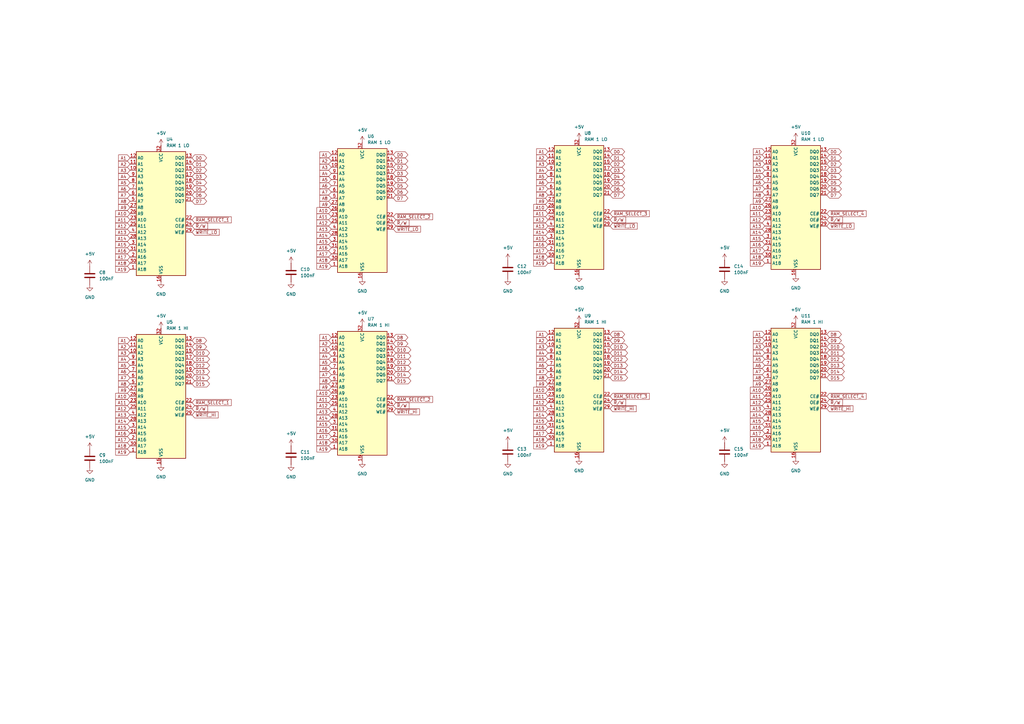
<source format=kicad_sch>
(kicad_sch (version 20250114) (generator "eeschema") (generator_version "9.0")
  (paper "A3")
  (lib_symbols
    (symbol "Device:C" (pin_numbers (hide yes)) (pin_names (offset 0.254))
      (property "Reference" "C" (at 0.635 2.54 0))
      (property "Value" "C" (at 0.635 -2.54 0))
      (symbol "C_0_1"
        (polyline (pts (xy -2.032 0.762) (xy 2.032 0.762)) (stroke (width 0.508)))
        (polyline (pts (xy -2.032 -0.762) (xy 2.032 -0.762)) (stroke (width 0.508)))
      )
      (symbol "C_1_1"
        (pin passive line (at 0 3.81 270) (length 2.794) (name "~") (number "1"))
        (pin passive line (at 0 -3.81 90) (length 2.794) (name "~") (number "2"))
      )
    )
    (symbol "Memory_RAM:AS6C4008-55PCN"
      (property "Reference" "U" (at -10.16 26.035 0))
      (property "Value" "AS6C4008-55PCN" (at 2.54 26.035 0))
      (symbol "AS6C4008-55PCN_0_0"
        (pin power_in line (at 0 27.94 270) (length 2.54) (name "VCC") (number "32"))
        (pin power_in line (at 0 -27.94 90) (length 2.54) (name "VSS") (number "16"))
      )
      (symbol "AS6C4008-55PCN_0_1"
        (rectangle (start -10.16 25.4) (end 10.16 -25.4) (stroke (width 0.254)) (fill (type background)))
      )
      (symbol "AS6C4008-55PCN_1_1"
        (pin input line (at -12.7 22.86 0) (length 2.54) (name "A0") (number "12"))
        (pin input line (at -12.7 20.32 0) (length 2.54) (name "A1") (number "11"))
        (pin input line (at -12.7 17.78 0) (length 2.54) (name "A2") (number "10"))
        (pin input line (at -12.7 15.24 0) (length 2.54) (name "A3") (number "9"))
        (pin input line (at -12.7 12.7 0) (length 2.54) (name "A4") (number "8"))
        (pin input line (at -12.7 10.16 0) (length 2.54) (name "A5") (number "7"))
        (pin input line (at -12.7 7.62 0) (length 2.54) (name "A6") (number "6"))
        (pin input line (at -12.7 5.08 0) (length 2.54) (name "A7") (number "5"))
        (pin input line (at -12.7 2.54 0) (length 2.54) (name "A8") (number "27"))
        (pin input line (at -12.7 0 0) (length 2.54) (name "A9") (number "26"))
        (pin input line (at -12.7 -2.54 0) (length 2.54) (name "A10") (number "23"))
        (pin input line (at -12.7 -5.08 0) (length 2.54) (name "A11") (number "25"))
        (pin input line (at -12.7 -7.62 0) (length 2.54) (name "A12") (number "4"))
        (pin input line (at -12.7 -10.16 0) (length 2.54) (name "A13") (number "28"))
        (pin input line (at -12.7 -12.7 0) (length 2.54) (name "A14") (number "3"))
        (pin input line (at -12.7 -15.24 0) (length 2.54) (name "A15") (number "31"))
        (pin input line (at -12.7 -17.78 0) (length 2.54) (name "A16") (number "2"))
        (pin input line (at -12.7 -20.32 0) (length 2.54) (name "A17") (number "30"))
        (pin input line (at -12.7 -22.86 0) (length 2.54) (name "A18") (number "1"))
        (pin tri_state line (at 12.7 22.86 180) (length 2.54) (name "DQ0") (number "13"))
        (pin tri_state line (at 12.7 20.32 180) (length 2.54) (name "DQ1") (number "14"))
        (pin tri_state line (at 12.7 17.78 180) (length 2.54) (name "DQ2") (number "15"))
        (pin tri_state line (at 12.7 15.24 180) (length 2.54) (name "DQ3") (number "17"))
        (pin tri_state line (at 12.7 12.7 180) (length 2.54) (name "DQ4") (number "18"))
        (pin tri_state line (at 12.7 10.16 180) (length 2.54) (name "DQ5") (number "19"))
        (pin tri_state line (at 12.7 7.62 180) (length 2.54) (name "DQ6") (number "20"))
        (pin tri_state line (at 12.7 5.08 180) (length 2.54) (name "DQ7") (number "21"))
        (pin input line (at 12.7 -2.54 180) (length 2.54) (name "CE#") (number "22"))
        (pin input line (at 12.7 -5.08 180) (length 2.54) (name "OE#") (number "24"))
        (pin input line (at 12.7 -7.62 180) (length 2.54) (name "WE#") (number "29"))
      )
    )
    (symbol "power:+5V" (power) (pin_numbers (hide yes)) (pin_names (offset 0) (hide yes))
      (property "Value" "+5V" (at 0 3.556 0))
      (symbol "+5V_0_1"
        (polyline (pts (xy -0.762 1.27) (xy 0 2.54)))
        (polyline (pts (xy 0 2.54) (xy 0.762 1.27)))
        (polyline (pts (xy 0 0) (xy 0 2.54)))
      )
      (symbol "+5V_1_1"
        (pin power_in line (at 0 0 90) (length 0) (name "~") (number "1"))
      )
    )
    (symbol "power:GND" (power) (pin_numbers (hide yes)) (pin_names (offset 0) (hide yes))
      (property "Value" "GND" (at 0 -3.81 0))
      (symbol "GND_0_1"
        (polyline (pts (xy 0 0) (xy 0 -1.27) (xy 1.27 -1.27) (xy 0 -2.54) (xy -1.27 -1.27) (xy 0 -1.27)))
      )
      (symbol "GND_1_1"
        (pin power_in line (at 0 0 270) (length 0) (name "~") (number "1"))
      )
    )
  )
  (global_label "D9" (shape tri_state) (at 339.09 139.7 0) (property "Intersheetrefs" "${INTERSHEET_REFS}" (effects (hide yes))))
  (global_label "A5" (shape input) (at 53.34 74.93 180) (property "Intersheetrefs" "${INTERSHEET_REFS}" (effects (hide yes))))
  (global_label "A2" (shape input) (at 224.79 139.7 180) (property "Intersheetrefs" "${INTERSHEET_REFS}" (effects (hide yes))))
  (global_label "A3" (shape input) (at 224.79 67.31 180) (property "Intersheetrefs" "${INTERSHEET_REFS}" (effects (hide yes))))
  (global_label "A12" (shape input) (at 313.69 165.1 180) (property "Intersheetrefs" "${INTERSHEET_REFS}" (effects (hide yes))))
  (global_label "A10" (shape input) (at 135.89 161.29 180) (property "Intersheetrefs" "${INTERSHEET_REFS}" (effects (hide yes))))
  (global_label "A12" (shape input) (at 53.34 167.64 180) (property "Intersheetrefs" "${INTERSHEET_REFS}" (effects (hide yes))))
  (global_label "A10" (shape input) (at 53.34 162.56 180) (property "Intersheetrefs" "${INTERSHEET_REFS}" (effects (hide yes))))
  (global_label "A10" (shape input) (at 224.79 160.02 180) (property "Intersheetrefs" "${INTERSHEET_REFS}" (effects (hide yes))))
  (global_label "A7" (shape input) (at 53.34 80.01 180) (property "Intersheetrefs" "${INTERSHEET_REFS}" (effects (hide yes))))
  (global_label "A4" (shape input) (at 313.69 144.78 180) (property "Intersheetrefs" "${INTERSHEET_REFS}" (effects (hide yes))))
  (global_label "D8" (shape tri_state) (at 78.74 139.7 0) (property "Intersheetrefs" "${INTERSHEET_REFS}" (effects (hide yes))))
  (global_label "A1" (shape input) (at 135.89 138.43 180) (property "Intersheetrefs" "${INTERSHEET_REFS}" (effects (hide yes))))
  (global_label "~{WRITE_LO}" (shape input) (at 161.29 93.98 0) (property "Intersheetrefs" "${INTERSHEET_REFS}" (effects (hide yes))))
  (global_label "D12" (shape tri_state) (at 339.09 147.32 0) (property "Intersheetrefs" "${INTERSHEET_REFS}" (effects (hide yes))))
  (global_label "A17" (shape input) (at 313.69 102.87 180) (property "Intersheetrefs" "${INTERSHEET_REFS}" (effects (hide yes))))
  (global_label "D14" (shape tri_state) (at 161.29 153.67 0) (property "Intersheetrefs" "${INTERSHEET_REFS}" (effects (hide yes))))
  (global_label "A13" (shape input) (at 313.69 167.64 180) (property "Intersheetrefs" "${INTERSHEET_REFS}" (effects (hide yes))))
  (global_label "A11" (shape input) (at 224.79 162.56 180) (property "Intersheetrefs" "${INTERSHEET_REFS}" (effects (hide yes))))
  (global_label "D3" (shape tri_state) (at 78.74 72.39 0) (property "Intersheetrefs" "${INTERSHEET_REFS}" (effects (hide yes))))
  (global_label "A19" (shape input) (at 313.69 182.88 180) (property "Intersheetrefs" "${INTERSHEET_REFS}" (effects (hide yes))))
  (global_label "A11" (shape input) (at 224.79 87.63 180) (property "Intersheetrefs" "${INTERSHEET_REFS}" (effects (hide yes))))
  (global_label "A8" (shape input) (at 53.34 82.55 180) (property "Intersheetrefs" "${INTERSHEET_REFS}" (effects (hide yes))))
  (global_label "D5" (shape tri_state) (at 161.29 76.2 0) (property "Intersheetrefs" "${INTERSHEET_REFS}" (effects (hide yes))))
  (global_label "D8" (shape tri_state) (at 339.09 137.16 0) (property "Intersheetrefs" "${INTERSHEET_REFS}" (effects (hide yes))))
  (global_label "A9" (shape input) (at 53.34 85.09 180) (property "Intersheetrefs" "${INTERSHEET_REFS}" (effects (hide yes))))
  (global_label "A13" (shape input) (at 135.89 93.98 180) (property "Intersheetrefs" "${INTERSHEET_REFS}" (effects (hide yes))))
  (global_label "A15" (shape input) (at 313.69 97.79 180) (property "Intersheetrefs" "${INTERSHEET_REFS}" (effects (hide yes))))
  (global_label "A11" (shape input) (at 313.69 87.63 180) (property "Intersheetrefs" "${INTERSHEET_REFS}" (effects (hide yes))))
  (global_label "A13" (shape input) (at 53.34 170.18 180) (property "Intersheetrefs" "${INTERSHEET_REFS}" (effects (hide yes))))
  (global_label "A1" (shape input) (at 135.89 63.5 180) (property "Intersheetrefs" "${INTERSHEET_REFS}" (effects (hide yes))))
  (global_label "~{R}{slash}W" (shape input) (at 250.19 165.1 0) (property "Intersheetrefs" "${INTERSHEET_REFS}" (effects (hide yes))))
  (global_label "A4" (shape input) (at 135.89 71.12 180) (property "Intersheetrefs" "${INTERSHEET_REFS}" (effects (hide yes))))
  (global_label "D2" (shape tri_state) (at 250.19 67.31 0) (property "Intersheetrefs" "${INTERSHEET_REFS}" (effects (hide yes))))
  (global_label "A8" (shape input) (at 53.34 157.48 180) (property "Intersheetrefs" "${INTERSHEET_REFS}" (effects (hide yes))))
  (global_label "D2" (shape tri_state) (at 161.29 68.58 0) (property "Intersheetrefs" "${INTERSHEET_REFS}" (effects (hide yes))))
  (global_label "A3" (shape input) (at 53.34 69.85 180) (property "Intersheetrefs" "${INTERSHEET_REFS}" (effects (hide yes))))
  (global_label "D4" (shape tri_state) (at 161.29 73.66 0) (property "Intersheetrefs" "${INTERSHEET_REFS}" (effects (hide yes))))
  (global_label "A1" (shape input) (at 224.79 62.23 180) (property "Intersheetrefs" "${INTERSHEET_REFS}" (effects (hide yes))))
  (global_label "A5" (shape input) (at 135.89 73.66 180) (property "Intersheetrefs" "${INTERSHEET_REFS}" (effects (hide yes))))
  (global_label "A19" (shape input) (at 224.79 107.95 180) (property "Intersheetrefs" "${INTERSHEET_REFS}" (effects (hide yes))))
  (global_label "D0" (shape tri_state) (at 339.09 62.23 0) (property "Intersheetrefs" "${INTERSHEET_REFS}" (effects (hide yes))))
  (global_label "D11" (shape tri_state) (at 339.09 144.78 0) (property "Intersheetrefs" "${INTERSHEET_REFS}" (effects (hide yes))))
  (global_label "D11" (shape tri_state) (at 78.74 147.32 0) (property "Intersheetrefs" "${INTERSHEET_REFS}" (effects (hide yes))))
  (global_label "A2" (shape input) (at 53.34 67.31 180) (property "Intersheetrefs" "${INTERSHEET_REFS}" (effects (hide yes))))
  (global_label "A10" (shape input) (at 135.89 86.36 180) (property "Intersheetrefs" "${INTERSHEET_REFS}" (effects (hide yes))))
  (global_label "A2" (shape input) (at 135.89 140.97 180) (property "Intersheetrefs" "${INTERSHEET_REFS}" (effects (hide yes))))
  (global_label "A9" (shape input) (at 135.89 158.75 180) (property "Intersheetrefs" "${INTERSHEET_REFS}" (effects (hide yes))))
  (global_label "~{RAM_SELECT_4}" (shape input) (at 339.09 87.63 0) (property "Intersheetrefs" "${INTERSHEET_REFS}" (effects (hide yes))))
  (global_label "A1" (shape input) (at 224.79 137.16 180) (property "Intersheetrefs" "${INTERSHEET_REFS}" (effects (hide yes))))
  (global_label "~{WRITE_LO}" (shape input) (at 78.74 95.25 0) (property "Intersheetrefs" "${INTERSHEET_REFS}" (effects (hide yes))))
  (global_label "A15" (shape input) (at 135.89 99.06 180) (property "Intersheetrefs" "${INTERSHEET_REFS}" (effects (hide yes))))
  (global_label "A8" (shape input) (at 313.69 154.94 180) (property "Intersheetrefs" "${INTERSHEET_REFS}" (effects (hide yes))))
  (global_label "D12" (shape tri_state) (at 161.29 148.59 0) (property "Intersheetrefs" "${INTERSHEET_REFS}" (effects (hide yes))))
  (global_label "D15" (shape tri_state) (at 161.29 156.21 0) (property "Intersheetrefs" "${INTERSHEET_REFS}" (effects (hide yes))))
  (global_label "~{WRITE_LO}" (shape input) (at 250.19 92.71 0) (property "Intersheetrefs" "${INTERSHEET_REFS}" (effects (hide yes))))
  (global_label "A3" (shape input) (at 135.89 143.51 180) (property "Intersheetrefs" "${INTERSHEET_REFS}" (effects (hide yes))))
  (global_label "D5" (shape tri_state) (at 339.09 74.93 0) (property "Intersheetrefs" "${INTERSHEET_REFS}" (effects (hide yes))))
  (global_label "A2" (shape input) (at 135.89 66.04 180) (property "Intersheetrefs" "${INTERSHEET_REFS}" (effects (hide yes))))
  (global_label "A14" (shape input) (at 313.69 170.18 180) (property "Intersheetrefs" "${INTERSHEET_REFS}" (effects (hide yes))))
  (global_label "A17" (shape input) (at 53.34 105.41 180) (property "Intersheetrefs" "${INTERSHEET_REFS}" (effects (hide yes))))
  (global_label "A18" (shape input) (at 135.89 106.68 180) (property "Intersheetrefs" "${INTERSHEET_REFS}" (effects (hide yes))))
  (global_label "~{RAM_SELECT_1}" (shape input) (at 78.74 165.1 0) (property "Intersheetrefs" "${INTERSHEET_REFS}" (effects (hide yes))))
  (global_label "D8" (shape tri_state) (at 161.29 138.43 0) (property "Intersheetrefs" "${INTERSHEET_REFS}" (effects (hide yes))))
  (global_label "A16" (shape input) (at 224.79 175.26 180) (property "Intersheetrefs" "${INTERSHEET_REFS}" (effects (hide yes))))
  (global_label "~{R}{slash}W" (shape input) (at 161.29 166.37 0) (property "Intersheetrefs" "${INTERSHEET_REFS}" (effects (hide yes))))
  (global_label "A8" (shape input) (at 224.79 80.01 180) (property "Intersheetrefs" "${INTERSHEET_REFS}" (effects (hide yes))))
  (global_label "A15" (shape input) (at 224.79 97.79 180) (property "Intersheetrefs" "${INTERSHEET_REFS}" (effects (hide yes))))
  (global_label "A4" (shape input) (at 53.34 72.39 180) (property "Intersheetrefs" "${INTERSHEET_REFS}" (effects (hide yes))))
  (global_label "~{RAM_SELECT_2}" (shape input) (at 161.29 88.9 0) (property "Intersheetrefs" "${INTERSHEET_REFS}" (effects (hide yes))))
  (global_label "A10" (shape input) (at 313.69 160.02 180) (property "Intersheetrefs" "${INTERSHEET_REFS}" (effects (hide yes))))
  (global_label "A13" (shape input) (at 224.79 167.64 180) (property "Intersheetrefs" "${INTERSHEET_REFS}" (effects (hide yes))))
  (global_label "D6" (shape tri_state) (at 250.19 77.47 0) (property "Intersheetrefs" "${INTERSHEET_REFS}" (effects (hide yes))))
  (global_label "D10" (shape tri_state) (at 339.09 142.24 0) (property "Intersheetrefs" "${INTERSHEET_REFS}" (effects (hide yes))))
  (global_label "A7" (shape input) (at 135.89 78.74 180) (property "Intersheetrefs" "${INTERSHEET_REFS}" (effects (hide yes))))
  (global_label "A13" (shape input) (at 135.89 168.91 180) (property "Intersheetrefs" "${INTERSHEET_REFS}" (effects (hide yes))))
  (global_label "D4" (shape tri_state) (at 339.09 72.39 0) (property "Intersheetrefs" "${INTERSHEET_REFS}" (effects (hide yes))))
  (global_label "D6" (shape tri_state) (at 339.09 77.47 0) (property "Intersheetrefs" "${INTERSHEET_REFS}" (effects (hide yes))))
  (global_label "~{WRITE_HI}" (shape input) (at 250.19 167.64 0) (property "Intersheetrefs" "${INTERSHEET_REFS}" (effects (hide yes))))
  (global_label "A14" (shape input) (at 135.89 96.52 180) (property "Intersheetrefs" "${INTERSHEET_REFS}" (effects (hide yes))))
  (global_label "A4" (shape input) (at 53.34 147.32 180) (property "Intersheetrefs" "${INTERSHEET_REFS}" (effects (hide yes))))
  (global_label "A5" (shape input) (at 313.69 72.39 180) (property "Intersheetrefs" "${INTERSHEET_REFS}" (effects (hide yes))))
  (global_label "A4" (shape input) (at 313.69 69.85 180) (property "Intersheetrefs" "${INTERSHEET_REFS}" (effects (hide yes))))
  (global_label "A5" (shape input) (at 135.89 148.59 180) (property "Intersheetrefs" "${INTERSHEET_REFS}" (effects (hide yes))))
  (global_label "~{R}{slash}W" (shape input) (at 339.09 90.17 0) (property "Intersheetrefs" "${INTERSHEET_REFS}" (effects (hide yes))))
  (global_label "A4" (shape input) (at 224.79 69.85 180) (property "Intersheetrefs" "${INTERSHEET_REFS}" (effects (hide yes))))
  (global_label "A2" (shape input) (at 53.34 142.24 180) (property "Intersheetrefs" "${INTERSHEET_REFS}" (effects (hide yes))))
  (global_label "A6" (shape input) (at 224.79 149.86 180) (property "Intersheetrefs" "${INTERSHEET_REFS}" (effects (hide yes))))
  (global_label "A9" (shape input) (at 313.69 157.48 180) (property "Intersheetrefs" "${INTERSHEET_REFS}" (effects (hide yes))))
  (global_label "D1" (shape tri_state) (at 250.19 64.77 0) (property "Intersheetrefs" "${INTERSHEET_REFS}" (effects (hide yes))))
  (global_label "A2" (shape input) (at 313.69 139.7 180) (property "Intersheetrefs" "${INTERSHEET_REFS}" (effects (hide yes))))
  (global_label "A6" (shape input) (at 53.34 77.47 180) (property "Intersheetrefs" "${INTERSHEET_REFS}" (effects (hide yes))))
  (global_label "D14" (shape tri_state) (at 78.74 154.94 0) (property "Intersheetrefs" "${INTERSHEET_REFS}" (effects (hide yes))))
  (global_label "A14" (shape input) (at 53.34 172.72 180) (property "Intersheetrefs" "${INTERSHEET_REFS}" (effects (hide yes))))
  (global_label "D6" (shape tri_state) (at 78.74 80.01 0) (property "Intersheetrefs" "${INTERSHEET_REFS}" (effects (hide yes))))
  (global_label "A6" (shape input) (at 53.34 152.4 180) (property "Intersheetrefs" "${INTERSHEET_REFS}" (effects (hide yes))))
  (global_label "D13" (shape tri_state) (at 78.74 152.4 0) (property "Intersheetrefs" "${INTERSHEET_REFS}" (effects (hide yes))))
  (global_label "A13" (shape input) (at 313.69 92.71 180) (property "Intersheetrefs" "${INTERSHEET_REFS}" (effects (hide yes))))
  (global_label "A17" (shape input) (at 224.79 102.87 180) (property "Intersheetrefs" "${INTERSHEET_REFS}" (effects (hide yes))))
  (global_label "A11" (shape input) (at 53.34 90.17 180) (property "Intersheetrefs" "${INTERSHEET_REFS}" (effects (hide yes))))
  (global_label "A12" (shape input) (at 224.79 165.1 180) (property "Intersheetrefs" "${INTERSHEET_REFS}" (effects (hide yes))))
  (global_label "A19" (shape input) (at 313.69 107.95 180) (property "Intersheetrefs" "${INTERSHEET_REFS}" (effects (hide yes))))
  (global_label "A11" (shape input) (at 53.34 165.1 180) (property "Intersheetrefs" "${INTERSHEET_REFS}" (effects (hide yes))))
  (global_label "A16" (shape input) (at 135.89 101.6 180) (property "Intersheetrefs" "${INTERSHEET_REFS}" (effects (hide yes))))
  (global_label "D10" (shape tri_state) (at 250.19 142.24 0) (property "Intersheetrefs" "${INTERSHEET_REFS}" (effects (hide yes))))
  (global_label "A17" (shape input) (at 53.34 180.34 180) (property "Intersheetrefs" "${INTERSHEET_REFS}" (effects (hide yes))))
  (global_label "A1" (shape input) (at 53.34 139.7 180) (property "Intersheetrefs" "${INTERSHEET_REFS}" (effects (hide yes))))
  (global_label "A17" (shape input) (at 224.79 177.8 180) (property "Intersheetrefs" "${INTERSHEET_REFS}" (effects (hide yes))))
  (global_label "A8" (shape input) (at 224.79 154.94 180) (property "Intersheetrefs" "${INTERSHEET_REFS}" (effects (hide yes))))
  (global_label "~{R}{slash}W" (shape input) (at 250.19 90.17 0) (property "Intersheetrefs" "${INTERSHEET_REFS}" (effects (hide yes))))
  (global_label "A18" (shape input) (at 313.69 105.41 180) (property "Intersheetrefs" "${INTERSHEET_REFS}" (effects (hide yes))))
  (global_label "D5" (shape tri_state) (at 78.74 77.47 0) (property "Intersheetrefs" "${INTERSHEET_REFS}" (effects (hide yes))))
  (global_label "A16" (shape input) (at 135.89 176.53 180) (property "Intersheetrefs" "${INTERSHEET_REFS}" (effects (hide yes))))
  (global_label "A12" (shape input) (at 224.79 90.17 180) (property "Intersheetrefs" "${INTERSHEET_REFS}" (effects (hide yes))))
  (global_label "A6" (shape input) (at 224.79 74.93 180) (property "Intersheetrefs" "${INTERSHEET_REFS}" (effects (hide yes))))
  (global_label "D15" (shape tri_state) (at 339.09 154.94 0) (property "Intersheetrefs" "${INTERSHEET_REFS}" (effects (hide yes))))
  (global_label "A10" (shape input) (at 313.69 85.09 180) (property "Intersheetrefs" "${INTERSHEET_REFS}" (effects (hide yes))))
  (global_label "A9" (shape input) (at 53.34 160.02 180) (property "Intersheetrefs" "${INTERSHEET_REFS}" (effects (hide yes))))
  (global_label "A12" (shape input) (at 53.34 92.71 180) (property "Intersheetrefs" "${INTERSHEET_REFS}" (effects (hide yes))))
  (global_label "A8" (shape input) (at 135.89 156.21 180) (property "Intersheetrefs" "${INTERSHEET_REFS}" (effects (hide yes))))
  (global_label "A16" (shape input) (at 224.79 100.33 180) (property "Intersheetrefs" "${INTERSHEET_REFS}" (effects (hide yes))))
  (global_label "~{R}{slash}W" (shape input) (at 161.29 91.44 0) (property "Intersheetrefs" "${INTERSHEET_REFS}" (effects (hide yes))))
  (global_label "A3" (shape input) (at 135.89 68.58 180) (property "Intersheetrefs" "${INTERSHEET_REFS}" (effects (hide yes))))
  (global_label "~{RAM_SELECT_1}" (shape input) (at 78.74 90.17 0) (property "Intersheetrefs" "${INTERSHEET_REFS}" (effects (hide yes))))
  (global_label "D9" (shape tri_state) (at 250.19 139.7 0) (property "Intersheetrefs" "${INTERSHEET_REFS}" (effects (hide yes))))
  (global_label "A3" (shape input) (at 224.79 142.24 180) (property "Intersheetrefs" "${INTERSHEET_REFS}" (effects (hide yes))))
  (global_label "~{WRITE_HI}" (shape input) (at 339.09 167.64 0) (property "Intersheetrefs" "${INTERSHEET_REFS}" (effects (hide yes))))
  (global_label "A8" (shape input) (at 135.89 81.28 180) (property "Intersheetrefs" "${INTERSHEET_REFS}" (effects (hide yes))))
  (global_label "A4" (shape input) (at 135.89 146.05 180) (property "Intersheetrefs" "${INTERSHEET_REFS}" (effects (hide yes))))
  (global_label "A16" (shape input) (at 313.69 100.33 180) (property "Intersheetrefs" "${INTERSHEET_REFS}" (effects (hide yes))))
  (global_label "A1" (shape input) (at 53.34 64.77 180) (property "Intersheetrefs" "${INTERSHEET_REFS}" (effects (hide yes))))
  (global_label "D7" (shape tri_state) (at 250.19 80.01 0) (property "Intersheetrefs" "${INTERSHEET_REFS}" (effects (hide yes))))
  (global_label "A14" (shape input) (at 135.89 171.45 180) (property "Intersheetrefs" "${INTERSHEET_REFS}" (effects (hide yes))))
  (global_label "D1" (shape tri_state) (at 78.74 67.31 0) (property "Intersheetrefs" "${INTERSHEET_REFS}" (effects (hide yes))))
  (global_label "A19" (shape input) (at 135.89 184.15 180) (property "Intersheetrefs" "${INTERSHEET_REFS}" (effects (hide yes))))
  (global_label "A3" (shape input) (at 313.69 142.24 180) (property "Intersheetrefs" "${INTERSHEET_REFS}" (effects (hide yes))))
  (global_label "A7" (shape input) (at 224.79 77.47 180) (property "Intersheetrefs" "${INTERSHEET_REFS}" (effects (hide yes))))
  (global_label "A6" (shape input) (at 313.69 149.86 180) (property "Intersheetrefs" "${INTERSHEET_REFS}" (effects (hide yes))))
  (global_label "A16" (shape input) (at 313.69 175.26 180) (property "Intersheetrefs" "${INTERSHEET_REFS}" (effects (hide yes))))
  (global_label "~{WRITE_HI}" (shape input) (at 161.29 168.91 0) (property "Intersheetrefs" "${INTERSHEET_REFS}" (effects (hide yes))))
  (global_label "A19" (shape input) (at 135.89 109.22 180) (property "Intersheetrefs" "${INTERSHEET_REFS}" (effects (hide yes))))
  (global_label "A9" (shape input) (at 313.69 82.55 180) (property "Intersheetrefs" "${INTERSHEET_REFS}" (effects (hide yes))))
  (global_label "D14" (shape tri_state) (at 250.19 152.4 0) (property "Intersheetrefs" "${INTERSHEET_REFS}" (effects (hide yes))))
  (global_label "A2" (shape input) (at 224.79 64.77 180) (property "Intersheetrefs" "${INTERSHEET_REFS}" (effects (hide yes))))
  (global_label "D0" (shape tri_state) (at 78.74 64.77 0) (property "Intersheetrefs" "${INTERSHEET_REFS}" (effects (hide yes))))
  (global_label "A7" (shape input) (at 313.69 77.47 180) (property "Intersheetrefs" "${INTERSHEET_REFS}" (effects (hide yes))))
  (global_label "D2" (shape tri_state) (at 78.74 69.85 0) (property "Intersheetrefs" "${INTERSHEET_REFS}" (effects (hide yes))))
  (global_label "D4" (shape tri_state) (at 78.74 74.93 0) (property "Intersheetrefs" "${INTERSHEET_REFS}" (effects (hide yes))))
  (global_label "A18" (shape input) (at 313.69 180.34 180) (property "Intersheetrefs" "${INTERSHEET_REFS}" (effects (hide yes))))
  (global_label "A11" (shape input) (at 313.69 162.56 180) (property "Intersheetrefs" "${INTERSHEET_REFS}" (effects (hide yes))))
  (global_label "A16" (shape input) (at 53.34 102.87 180) (property "Intersheetrefs" "${INTERSHEET_REFS}" (effects (hide yes))))
  (global_label "~{RAM_SELECT_3}" (shape input) (at 250.19 87.63 0) (property "Intersheetrefs" "${INTERSHEET_REFS}" (effects (hide yes))))
  (global_label "D3" (shape tri_state) (at 161.29 71.12 0) (property "Intersheetrefs" "${INTERSHEET_REFS}" (effects (hide yes))))
  (global_label "A9" (shape input) (at 224.79 157.48 180) (property "Intersheetrefs" "${INTERSHEET_REFS}" (effects (hide yes))))
  (global_label "A18" (shape input) (at 224.79 180.34 180) (property "Intersheetrefs" "${INTERSHEET_REFS}" (effects (hide yes))))
  (global_label "D13" (shape tri_state) (at 339.09 149.86 0) (property "Intersheetrefs" "${INTERSHEET_REFS}" (effects (hide yes))))
  (global_label "A13" (shape input) (at 53.34 95.25 180) (property "Intersheetrefs" "${INTERSHEET_REFS}" (effects (hide yes))))
  (global_label "D9" (shape tri_state) (at 78.74 142.24 0) (property "Intersheetrefs" "${INTERSHEET_REFS}" (effects (hide yes))))
  (global_label "A5" (shape input) (at 313.69 147.32 180) (property "Intersheetrefs" "${INTERSHEET_REFS}" (effects (hide yes))))
  (global_label "D7" (shape tri_state) (at 78.74 82.55 0) (property "Intersheetrefs" "${INTERSHEET_REFS}" (effects (hide yes))))
  (global_label "D7" (shape tri_state) (at 161.29 81.28 0) (property "Intersheetrefs" "${INTERSHEET_REFS}" (effects (hide yes))))
  (global_label "A14" (shape input) (at 224.79 95.25 180) (property "Intersheetrefs" "${INTERSHEET_REFS}" (effects (hide yes))))
  (global_label "A7" (shape input) (at 224.79 152.4 180) (property "Intersheetrefs" "${INTERSHEET_REFS}" (effects (hide yes))))
  (global_label "A12" (shape input) (at 313.69 90.17 180) (property "Intersheetrefs" "${INTERSHEET_REFS}" (effects (hide yes))))
  (global_label "~{RAM_SELECT_3}" (shape input) (at 250.19 162.56 0) (property "Intersheetrefs" "${INTERSHEET_REFS}" (effects (hide yes))))
  (global_label "D10" (shape tri_state) (at 161.29 143.51 0) (property "Intersheetrefs" "${INTERSHEET_REFS}" (effects (hide yes))))
  (global_label "A3" (shape input) (at 53.34 144.78 180) (property "Intersheetrefs" "${INTERSHEET_REFS}" (effects (hide yes))))
  (global_label "D2" (shape tri_state) (at 339.09 67.31 0) (property "Intersheetrefs" "${INTERSHEET_REFS}" (effects (hide yes))))
  (global_label "A6" (shape input) (at 135.89 76.2 180) (property "Intersheetrefs" "${INTERSHEET_REFS}" (effects (hide yes))))
  (global_label "D6" (shape tri_state) (at 161.29 78.74 0) (property "Intersheetrefs" "${INTERSHEET_REFS}" (effects (hide yes))))
  (global_label "A10" (shape input) (at 53.34 87.63 180) (property "Intersheetrefs" "${INTERSHEET_REFS}" (effects (hide yes))))
  (global_label "~{RAM_SELECT_4}" (shape input) (at 339.09 162.56 0) (property "Intersheetrefs" "${INTERSHEET_REFS}" (effects (hide yes))))
  (global_label "A18" (shape input) (at 53.34 182.88 180) (property "Intersheetrefs" "${INTERSHEET_REFS}" (effects (hide yes))))
  (global_label "D8" (shape tri_state) (at 250.19 137.16 0) (property "Intersheetrefs" "${INTERSHEET_REFS}" (effects (hide yes))))
  (global_label "D0" (shape tri_state) (at 161.29 63.5 0) (property "Intersheetrefs" "${INTERSHEET_REFS}" (effects (hide yes))))
  (global_label "A4" (shape input) (at 224.79 144.78 180) (property "Intersheetrefs" "${INTERSHEET_REFS}" (effects (hide yes))))
  (global_label "A2" (shape input) (at 313.69 64.77 180) (property "Intersheetrefs" "${INTERSHEET_REFS}" (effects (hide yes))))
  (global_label "D14" (shape tri_state) (at 339.09 152.4 0) (property "Intersheetrefs" "${INTERSHEET_REFS}" (effects (hide yes))))
  (global_label "A15" (shape input) (at 313.69 172.72 180) (property "Intersheetrefs" "${INTERSHEET_REFS}" (effects (hide yes))))
  (global_label "A16" (shape input) (at 53.34 177.8 180) (property "Intersheetrefs" "${INTERSHEET_REFS}" (effects (hide yes))))
  (global_label "A17" (shape input) (at 313.69 177.8 180) (property "Intersheetrefs" "${INTERSHEET_REFS}" (effects (hide yes))))
  (global_label "D1" (shape tri_state) (at 161.29 66.04 0) (property "Intersheetrefs" "${INTERSHEET_REFS}" (effects (hide yes))))
  (global_label "D9" (shape tri_state) (at 161.29 140.97 0) (property "Intersheetrefs" "${INTERSHEET_REFS}" (effects (hide yes))))
  (global_label "A18" (shape input) (at 53.34 107.95 180) (property "Intersheetrefs" "${INTERSHEET_REFS}" (effects (hide yes))))
  (global_label "D11" (shape tri_state) (at 161.29 146.05 0) (property "Intersheetrefs" "${INTERSHEET_REFS}" (effects (hide yes))))
  (global_label "D3" (shape tri_state) (at 339.09 69.85 0) (property "Intersheetrefs" "${INTERSHEET_REFS}" (effects (hide yes))))
  (global_label "A5" (shape input) (at 224.79 72.39 180) (property "Intersheetrefs" "${INTERSHEET_REFS}" (effects (hide yes))))
  (global_label "A3" (shape input) (at 313.69 67.31 180) (property "Intersheetrefs" "${INTERSHEET_REFS}" (effects (hide yes))))
  (global_label "A6" (shape input) (at 135.89 151.13 180) (property "Intersheetrefs" "${INTERSHEET_REFS}" (effects (hide yes))))
  (global_label "A6" (shape input) (at 313.69 74.93 180) (property "Intersheetrefs" "${INTERSHEET_REFS}" (effects (hide yes))))
  (global_label "A14" (shape input) (at 224.79 170.18 180) (property "Intersheetrefs" "${INTERSHEET_REFS}" (effects (hide yes))))
  (global_label "~{R}{slash}W" (shape input) (at 339.09 165.1 0) (property "Intersheetrefs" "${INTERSHEET_REFS}" (effects (hide yes))))
  (global_label "~{WRITE_HI}" (shape input) (at 78.74 170.18 0) (property "Intersheetrefs" "${INTERSHEET_REFS}" (effects (hide yes))))
  (global_label "A7" (shape input) (at 135.89 153.67 180) (property "Intersheetrefs" "${INTERSHEET_REFS}" (effects (hide yes))))
  (global_label "A19" (shape input) (at 224.79 182.88 180) (property "Intersheetrefs" "${INTERSHEET_REFS}" (effects (hide yes))))
  (global_label "D15" (shape tri_state) (at 78.74 157.48 0) (property "Intersheetrefs" "${INTERSHEET_REFS}" (effects (hide yes))))
  (global_label "A9" (shape input) (at 224.79 82.55 180) (property "Intersheetrefs" "${INTERSHEET_REFS}" (effects (hide yes))))
  (global_label "D15" (shape tri_state) (at 250.19 154.94 0) (property "Intersheetrefs" "${INTERSHEET_REFS}" (effects (hide yes))))
  (global_label "D5" (shape tri_state) (at 250.19 74.93 0) (property "Intersheetrefs" "${INTERSHEET_REFS}" (effects (hide yes))))
  (global_label "D0" (shape tri_state) (at 250.19 62.23 0) (property "Intersheetrefs" "${INTERSHEET_REFS}" (effects (hide yes))))
  (global_label "A15" (shape input) (at 224.79 172.72 180) (property "Intersheetrefs" "${INTERSHEET_REFS}" (effects (hide yes))))
  (global_label "D7" (shape tri_state) (at 339.09 80.01 0) (property "Intersheetrefs" "${INTERSHEET_REFS}" (effects (hide yes))))
  (global_label "A15" (shape input) (at 135.89 173.99 180) (property "Intersheetrefs" "${INTERSHEET_REFS}" (effects (hide yes))))
  (global_label "A17" (shape input) (at 135.89 104.14 180) (property "Intersheetrefs" "${INTERSHEET_REFS}" (effects (hide yes))))
  (global_label "D10" (shape tri_state) (at 78.74 144.78 0) (property "Intersheetrefs" "${INTERSHEET_REFS}" (effects (hide yes))))
  (global_label "A8" (shape input) (at 313.69 80.01 180) (property "Intersheetrefs" "${INTERSHEET_REFS}" (effects (hide yes))))
  (global_label "A9" (shape input) (at 135.89 83.82 180) (property "Intersheetrefs" "${INTERSHEET_REFS}" (effects (hide yes))))
  (global_label "A5" (shape input) (at 53.34 149.86 180) (property "Intersheetrefs" "${INTERSHEET_REFS}" (effects (hide yes))))
  (global_label "A13" (shape input) (at 224.79 92.71 180) (property "Intersheetrefs" "${INTERSHEET_REFS}" (effects (hide yes))))
  (global_label "A18" (shape input) (at 224.79 105.41 180) (property "Intersheetrefs" "${INTERSHEET_REFS}" (effects (hide yes))))
  (global_label "A7" (shape input) (at 53.34 154.94 180) (property "Intersheetrefs" "${INTERSHEET_REFS}" (effects (hide yes))))
  (global_label "D13" (shape tri_state) (at 250.19 149.86 0) (property "Intersheetrefs" "${INTERSHEET_REFS}" (effects (hide yes))))
  (global_label "A11" (shape input) (at 135.89 163.83 180) (property "Intersheetrefs" "${INTERSHEET_REFS}" (effects (hide yes))))
  (global_label "D13" (shape tri_state) (at 161.29 151.13 0) (property "Intersheetrefs" "${INTERSHEET_REFS}" (effects (hide yes))))
  (global_label "A12" (shape input) (at 135.89 91.44 180) (property "Intersheetrefs" "${INTERSHEET_REFS}" (effects (hide yes))))
  (global_label "A19" (shape input) (at 53.34 185.42 180) (property "Intersheetrefs" "${INTERSHEET_REFS}" (effects (hide yes))))
  (global_label "A1" (shape input) (at 313.69 62.23 180) (property "Intersheetrefs" "${INTERSHEET_REFS}" (effects (hide yes))))
  (global_label "A15" (shape input) (at 53.34 100.33 180) (property "Intersheetrefs" "${INTERSHEET_REFS}" (effects (hide yes))))
  (global_label "A19" (shape input) (at 53.34 110.49 180) (property "Intersheetrefs" "${INTERSHEET_REFS}" (effects (hide yes))))
  (global_label "D12" (shape tri_state) (at 78.74 149.86 0) (property "Intersheetrefs" "${INTERSHEET_REFS}" (effects (hide yes))))
  (global_label "A14" (shape input) (at 313.69 95.25 180) (property "Intersheetrefs" "${INTERSHEET_REFS}" (effects (hide yes))))
  (global_label "A14" (shape input) (at 53.34 97.79 180) (property "Intersheetrefs" "${INTERSHEET_REFS}" (effects (hide yes))))
  (global_label "D4" (shape tri_state) (at 250.19 72.39 0) (property "Intersheetrefs" "${INTERSHEET_REFS}" (effects (hide yes))))
  (global_label "A1" (shape input) (at 313.69 137.16 180) (property "Intersheetrefs" "${INTERSHEET_REFS}" (effects (hide yes))))
  (global_label "A11" (shape input) (at 135.89 88.9 180) (property "Intersheetrefs" "${INTERSHEET_REFS}" (effects (hide yes))))
  (global_label "~{WRITE_LO}" (shape input) (at 339.09 92.71 0) (property "Intersheetrefs" "${INTERSHEET_REFS}" (effects (hide yes))))
  (global_label "~{R}{slash}W" (shape input) (at 78.74 92.71 0) (property "Intersheetrefs" "${INTERSHEET_REFS}" (effects (hide yes))))
  (global_label "D11" (shape tri_state) (at 250.19 144.78 0) (property "Intersheetrefs" "${INTERSHEET_REFS}" (effects (hide yes))))
  (global_label "A7" (shape input) (at 313.69 152.4 180) (property "Intersheetrefs" "${INTERSHEET_REFS}" (effects (hide yes))))
  (global_label "~{RAM_SELECT_2}" (shape input) (at 161.29 163.83 0) (property "Intersheetrefs" "${INTERSHEET_REFS}" (effects (hide yes))))
  (global_label "A12" (shape input) (at 135.89 166.37 180) (property "Intersheetrefs" "${INTERSHEET_REFS}" (effects (hide yes))))
  (global_label "D1" (shape tri_state) (at 339.09 64.77 0) (property "Intersheetrefs" "${INTERSHEET_REFS}" (effects (hide yes))))
  (global_label "A10" (shape input) (at 224.79 85.09 180) (property "Intersheetrefs" "${INTERSHEET_REFS}" (effects (hide yes))))
  (global_label "A5" (shape input) (at 224.79 147.32 180) (property "Intersheetrefs" "${INTERSHEET_REFS}" (effects (hide yes))))
  (global_label "A17" (shape input) (at 135.89 179.07 180) (property "Intersheetrefs" "${INTERSHEET_REFS}" (effects (hide yes))))
  (global_label "A15" (shape input) (at 53.34 175.26 180) (property "Intersheetrefs" "${INTERSHEET_REFS}" (effects (hide yes))))
  (global_label "D12" (shape tri_state) (at 250.19 147.32 0) (property "Intersheetrefs" "${INTERSHEET_REFS}" (effects (hide yes))))
  (global_label "~{R}{slash}W" (shape input) (at 78.74 167.64 0) (property "Intersheetrefs" "${INTERSHEET_REFS}" (effects (hide yes))))
  (global_label "A18" (shape input) (at 135.89 181.61 180) (property "Intersheetrefs" "${INTERSHEET_REFS}" (effects (hide yes))))
  (global_label "D3" (shape tri_state) (at 250.19 69.85 0) (property "Intersheetrefs" "${INTERSHEET_REFS}" (effects (hide yes))))
  (symbol (lib_id "power:+5V") (at 119.38 107.95 0) (unit 1)
    (property "Reference" "#PWR037" (effects (hide yes)))
    (property "Value" "+5V" (at 119.38 102.87 0))
    (property "Description" "Power symbol creates a global label with name \"+5V\"" (effects (hide yes)))
  )
  (symbol (lib_id "Memory_RAM:AS6C4008-55PCN") (at 326.39 160.02 0) (unit 1)
    (property "Reference" "U11" (at 328.5333 129.54 0) (effects (justify left)))
    (property "Value" "RAM 1 HI" (at 328.5333 132.08 0) (effects (justify left)))
    (property "Footprint" "Package_DIP:DIP-32_W15.24mm" (effects (hide yes)))
    (property "Datasheet" "https://www.alliancememory.com/wp-content/uploads/pdf/AS6C4008.pdf" (effects (hide yes)))
    (property "Description" "512K x 8 Low Power CMOS RAM, DIP-32" (effects (hide yes)))
  )
  (symbol (lib_id "power:GND") (at 36.83 191.77 0) (unit 1)
    (property "Reference" "#PWR032" (effects (hide yes)))
    (property "Value" "GND" (at 36.83 196.85 0))
    (property "Description" "Power symbol creates a global label with name \"GND\" , ground" (effects (hide yes)))
  )
  (symbol (lib_id "Memory_RAM:AS6C4008-55PCN") (at 66.04 87.63 0) (unit 1)
    (property "Reference" "U4" (at 68.1833 57.15 0) (effects (justify left)))
    (property "Value" "RAM 1 LO" (at 68.1833 59.69 0) (effects (justify left)))
    (property "Footprint" "Package_DIP:DIP-32_W15.24mm" (effects (hide yes)))
    (property "Datasheet" "https://www.alliancememory.com/wp-content/uploads/pdf/AS6C4008.pdf" (effects (hide yes)))
    (property "Description" "512K x 8 Low Power CMOS RAM, DIP-32" (effects (hide yes)))
  )
  (symbol (lib_id "Device:C") (at 119.38 186.69 0) (unit 1)
    (property "Reference" "C11" (at 123.19 185.4199 0) (effects (justify left)))
    (property "Value" "100nF" (at 123.19 187.9599 0) (effects (justify left)))
    (property "Footprint" "Capacitor_THT:C_Disc_D5.0mm_W2.5mm_P5.00mm" (effects (hide yes)))
    (property "Description" "Unpolarized capacitor" (effects (hide yes)))
  )
  (symbol (lib_id "power:GND") (at 326.39 187.96 0) (unit 1)
    (property "Reference" "#PWR060" (effects (hide yes)))
    (property "Value" "GND" (at 326.39 193.04 0))
    (property "Description" "Power symbol creates a global label with name \"GND\" , ground" (effects (hide yes)))
  )
  (symbol (lib_id "power:GND") (at 237.49 113.03 0) (unit 1)
    (property "Reference" "#PWR050" (effects (hide yes)))
    (property "Value" "GND" (at 237.49 118.11 0))
    (property "Description" "Power symbol creates a global label with name \"GND\" , ground" (effects (hide yes)))
  )
  (symbol (lib_id "power:GND") (at 297.18 189.23 0) (unit 1)
    (property "Reference" "#PWR056" (effects (hide yes)))
    (property "Value" "GND" (at 297.18 194.31 0))
    (property "Description" "Power symbol creates a global label with name \"GND\" , ground" (effects (hide yes)))
  )
  (symbol (lib_id "Device:C") (at 297.18 185.42 0) (unit 1)
    (property "Reference" "C15" (at 300.99 184.1499 0) (effects (justify left)))
    (property "Value" "100nF" (at 300.99 186.6899 0) (effects (justify left)))
    (property "Footprint" "Capacitor_THT:C_Disc_D5.0mm_W2.5mm_P5.00mm" (effects (hide yes)))
    (property "Description" "Unpolarized capacitor" (effects (hide yes)))
  )
  (symbol (lib_id "power:+5V") (at 297.18 181.61 0) (unit 1)
    (property "Reference" "#PWR055" (effects (hide yes)))
    (property "Value" "+5V" (at 297.18 176.53 0))
    (property "Description" "Power symbol creates a global label with name \"+5V\"" (effects (hide yes)))
  )
  (symbol (lib_id "power:+5V") (at 208.28 181.61 0) (unit 1)
    (property "Reference" "#PWR047" (effects (hide yes)))
    (property "Value" "+5V" (at 208.28 176.53 0))
    (property "Description" "Power symbol creates a global label with name \"+5V\"" (effects (hide yes)))
  )
  (symbol (lib_id "power:+5V") (at 326.39 57.15 0) (unit 1)
    (property "Reference" "#PWR057" (effects (hide yes)))
    (property "Value" "+5V" (at 326.39 52.07 0))
    (property "Description" "Power symbol creates a global label with name \"+5V\"" (effects (hide yes)))
  )
  (symbol (lib_id "Device:C") (at 119.38 111.76 0) (unit 1)
    (property "Reference" "C10" (at 123.19 110.4899 0) (effects (justify left)))
    (property "Value" "100nF" (at 123.19 113.0299 0) (effects (justify left)))
    (property "Footprint" "Capacitor_THT:C_Disc_D5.0mm_W2.5mm_P5.00mm" (effects (hide yes)))
    (property "Description" "Unpolarized capacitor" (effects (hide yes)))
  )
  (symbol (lib_id "Device:C") (at 36.83 113.03 0) (unit 1)
    (property "Reference" "C8" (at 40.64 111.7599 0) (effects (justify left)))
    (property "Value" "100nF" (at 40.64 114.2999 0) (effects (justify left)))
    (property "Footprint" "Capacitor_THT:C_Disc_D5.0mm_W2.5mm_P5.00mm" (effects (hide yes)))
    (property "Description" "Unpolarized capacitor" (effects (hide yes)))
  )
  (symbol (lib_id "power:+5V") (at 66.04 134.62 0) (unit 1)
    (property "Reference" "#PWR035" (effects (hide yes)))
    (property "Value" "+5V" (at 66.04 129.54 0))
    (property "Description" "Power symbol creates a global label with name \"+5V\"" (effects (hide yes)))
  )
  (symbol (lib_id "power:+5V") (at 36.83 109.22 0) (unit 1)
    (property "Reference" "#PWR029" (effects (hide yes)))
    (property "Value" "+5V" (at 36.83 104.14 0))
    (property "Description" "Power symbol creates a global label with name \"+5V\"" (effects (hide yes)))
  )
  (symbol (lib_id "Device:C") (at 36.83 187.96 0) (unit 1)
    (property "Reference" "C9" (at 40.64 186.6899 0) (effects (justify left)))
    (property "Value" "100nF" (at 40.64 189.2299 0) (effects (justify left)))
    (property "Footprint" "Capacitor_THT:C_Disc_D5.0mm_W2.5mm_P5.00mm" (effects (hide yes)))
    (property "Description" "Unpolarized capacitor" (effects (hide yes)))
  )
  (symbol (lib_id "power:+5V") (at 119.38 182.88 0) (unit 1)
    (property "Reference" "#PWR039" (effects (hide yes)))
    (property "Value" "+5V" (at 119.38 177.8 0))
    (property "Description" "Power symbol creates a global label with name \"+5V\"" (effects (hide yes)))
  )
  (symbol (lib_id "power:GND") (at 119.38 115.57 0) (unit 1)
    (property "Reference" "#PWR038" (effects (hide yes)))
    (property "Value" "GND" (at 119.38 120.65 0))
    (property "Description" "Power symbol creates a global label with name \"GND\" , ground" (effects (hide yes)))
  )
  (symbol (lib_id "Memory_RAM:AS6C4008-55PCN") (at 237.49 85.09 0) (unit 1)
    (property "Reference" "U8" (at 239.6333 54.61 0) (effects (justify left)))
    (property "Value" "RAM 1 LO" (at 239.6333 57.15 0) (effects (justify left)))
    (property "Footprint" "Package_DIP:DIP-32_W15.24mm" (effects (hide yes)))
    (property "Datasheet" "https://www.alliancememory.com/wp-content/uploads/pdf/AS6C4008.pdf" (effects (hide yes)))
    (property "Description" "512K x 8 Low Power CMOS RAM, DIP-32" (effects (hide yes)))
  )
  (symbol (lib_id "power:GND") (at 148.59 189.23 0) (unit 1)
    (property "Reference" "#PWR044" (effects (hide yes)))
    (property "Value" "GND" (at 148.59 194.31 0))
    (property "Description" "Power symbol creates a global label with name \"GND\" , ground" (effects (hide yes)))
  )
  (symbol (lib_id "Device:C") (at 297.18 110.49 0) (unit 1)
    (property "Reference" "C14" (at 300.99 109.2199 0) (effects (justify left)))
    (property "Value" "100nF" (at 300.99 111.7599 0) (effects (justify left)))
    (property "Footprint" "Capacitor_THT:C_Disc_D5.0mm_W2.5mm_P5.00mm" (effects (hide yes)))
    (property "Description" "Unpolarized capacitor" (effects (hide yes)))
  )
  (symbol (lib_id "power:GND") (at 208.28 114.3 0) (unit 1)
    (property "Reference" "#PWR046" (effects (hide yes)))
    (property "Value" "GND" (at 208.28 119.38 0))
    (property "Description" "Power symbol creates a global label with name \"GND\" , ground" (effects (hide yes)))
  )
  (symbol (lib_id "Memory_RAM:AS6C4008-55PCN") (at 66.04 162.56 0) (unit 1)
    (property "Reference" "U5" (at 68.1833 132.08 0) (effects (justify left)))
    (property "Value" "RAM 1 HI" (at 68.1833 134.62 0) (effects (justify left)))
    (property "Footprint" "Package_DIP:DIP-32_W15.24mm" (effects (hide yes)))
    (property "Datasheet" "https://www.alliancememory.com/wp-content/uploads/pdf/AS6C4008.pdf" (effects (hide yes)))
    (property "Description" "512K x 8 Low Power CMOS RAM, DIP-32" (effects (hide yes)))
  )
  (symbol (lib_id "power:GND") (at 119.38 190.5 0) (unit 1)
    (property "Reference" "#PWR040" (effects (hide yes)))
    (property "Value" "GND" (at 119.38 195.58 0))
    (property "Description" "Power symbol creates a global label with name \"GND\" , ground" (effects (hide yes)))
  )
  (symbol (lib_id "Memory_RAM:AS6C4008-55PCN") (at 148.59 86.36 0) (unit 1)
    (property "Reference" "U6" (at 150.7333 55.88 0) (effects (justify left)))
    (property "Value" "RAM 1 LO" (at 150.7333 58.42 0) (effects (justify left)))
    (property "Footprint" "Package_DIP:DIP-32_W15.24mm" (effects (hide yes)))
    (property "Datasheet" "https://www.alliancememory.com/wp-content/uploads/pdf/AS6C4008.pdf" (effects (hide yes)))
    (property "Description" "512K x 8 Low Power CMOS RAM, DIP-32" (effects (hide yes)))
  )
  (symbol (lib_id "power:+5V") (at 326.39 132.08 0) (unit 1)
    (property "Reference" "#PWR059" (effects (hide yes)))
    (property "Value" "+5V" (at 326.39 127 0))
    (property "Description" "Power symbol creates a global label with name \"+5V\"" (effects (hide yes)))
  )
  (symbol (lib_id "power:GND") (at 148.59 114.3 0) (unit 1)
    (property "Reference" "#PWR042" (effects (hide yes)))
    (property "Value" "GND" (at 148.59 119.38 0))
    (property "Description" "Power symbol creates a global label with name \"GND\" , ground" (effects (hide yes)))
  )
  (symbol (lib_id "power:+5V") (at 237.49 132.08 0) (unit 1)
    (property "Reference" "#PWR051" (effects (hide yes)))
    (property "Value" "+5V" (at 237.49 127 0))
    (property "Description" "Power symbol creates a global label with name \"+5V\"" (effects (hide yes)))
  )
  (symbol (lib_id "Memory_RAM:AS6C4008-55PCN") (at 148.59 161.29 0) (unit 1)
    (property "Reference" "U7" (at 150.7333 130.81 0) (effects (justify left)))
    (property "Value" "RAM 1 HI" (at 150.7333 133.35 0) (effects (justify left)))
    (property "Footprint" "Package_DIP:DIP-32_W15.24mm" (effects (hide yes)))
    (property "Datasheet" "https://www.alliancememory.com/wp-content/uploads/pdf/AS6C4008.pdf" (effects (hide yes)))
    (property "Description" "512K x 8 Low Power CMOS RAM, DIP-32" (effects (hide yes)))
  )
  (symbol (lib_id "power:GND") (at 66.04 190.5 0) (unit 1)
    (property "Reference" "#PWR036" (effects (hide yes)))
    (property "Value" "GND" (at 66.04 195.58 0))
    (property "Description" "Power symbol creates a global label with name \"GND\" , ground" (effects (hide yes)))
  )
  (symbol (lib_id "power:+5V") (at 208.28 106.68 0) (unit 1)
    (property "Reference" "#PWR045" (effects (hide yes)))
    (property "Value" "+5V" (at 208.28 101.6 0))
    (property "Description" "Power symbol creates a global label with name \"+5V\"" (effects (hide yes)))
  )
  (symbol (lib_id "Memory_RAM:AS6C4008-55PCN") (at 237.49 160.02 0) (unit 1)
    (property "Reference" "U9" (at 239.6333 129.54 0) (effects (justify left)))
    (property "Value" "RAM 1 HI" (at 239.6333 132.08 0) (effects (justify left)))
    (property "Footprint" "Package_DIP:DIP-32_W15.24mm" (effects (hide yes)))
    (property "Datasheet" "https://www.alliancememory.com/wp-content/uploads/pdf/AS6C4008.pdf" (effects (hide yes)))
    (property "Description" "512K x 8 Low Power CMOS RAM, DIP-32" (effects (hide yes)))
  )
  (symbol (lib_id "power:GND") (at 208.28 189.23 0) (unit 1)
    (property "Reference" "#PWR048" (effects (hide yes)))
    (property "Value" "GND" (at 208.28 194.31 0))
    (property "Description" "Power symbol creates a global label with name \"GND\" , ground" (effects (hide yes)))
  )
  (symbol (lib_id "Memory_RAM:AS6C4008-55PCN") (at 326.39 85.09 0) (unit 1)
    (property "Reference" "U10" (at 328.5333 54.61 0) (effects (justify left)))
    (property "Value" "RAM 1 LO" (at 328.5333 57.15 0) (effects (justify left)))
    (property "Footprint" "Package_DIP:DIP-32_W15.24mm" (effects (hide yes)))
    (property "Datasheet" "https://www.alliancememory.com/wp-content/uploads/pdf/AS6C4008.pdf" (effects (hide yes)))
    (property "Description" "512K x 8 Low Power CMOS RAM, DIP-32" (effects (hide yes)))
  )
  (symbol (lib_id "Device:C") (at 208.28 185.42 0) (unit 1)
    (property "Reference" "C13" (at 212.09 184.1499 0) (effects (justify left)))
    (property "Value" "100nF" (at 212.09 186.6899 0) (effects (justify left)))
    (property "Footprint" "Capacitor_THT:C_Disc_D5.0mm_W2.5mm_P5.00mm" (effects (hide yes)))
    (property "Description" "Unpolarized capacitor" (effects (hide yes)))
  )
  (symbol (lib_id "power:+5V") (at 148.59 58.42 0) (unit 1)
    (property "Reference" "#PWR041" (effects (hide yes)))
    (property "Value" "+5V" (at 148.59 53.34 0))
    (property "Description" "Power symbol creates a global label with name \"+5V\"" (effects (hide yes)))
  )
  (symbol (lib_id "Device:C") (at 208.28 110.49 0) (unit 1)
    (property "Reference" "C12" (at 212.09 109.2199 0) (effects (justify left)))
    (property "Value" "100nF" (at 212.09 111.7599 0) (effects (justify left)))
    (property "Footprint" "Capacitor_THT:C_Disc_D5.0mm_W2.5mm_P5.00mm" (effects (hide yes)))
    (property "Description" "Unpolarized capacitor" (effects (hide yes)))
  )
  (symbol (lib_id "power:GND") (at 326.39 113.03 0) (unit 1)
    (property "Reference" "#PWR058" (effects (hide yes)))
    (property "Value" "GND" (at 326.39 118.11 0))
    (property "Description" "Power symbol creates a global label with name \"GND\" , ground" (effects (hide yes)))
  )
  (symbol (lib_id "power:GND") (at 237.49 187.96 0) (unit 1)
    (property "Reference" "#PWR052" (effects (hide yes)))
    (property "Value" "GND" (at 237.49 193.04 0))
    (property "Description" "Power symbol creates a global label with name \"GND\" , ground" (effects (hide yes)))
  )
  (symbol (lib_id "power:+5V") (at 297.18 106.68 0) (unit 1)
    (property "Reference" "#PWR053" (effects (hide yes)))
    (property "Value" "+5V" (at 297.18 101.6 0))
    (property "Description" "Power symbol creates a global label with name \"+5V\"" (effects (hide yes)))
  )
  (symbol (lib_id "power:+5V") (at 148.59 133.35 0) (unit 1)
    (property "Reference" "#PWR043" (effects (hide yes)))
    (property "Value" "+5V" (at 148.59 128.27 0))
    (property "Description" "Power symbol creates a global label with name \"+5V\"" (effects (hide yes)))
  )
  (symbol (lib_id "power:GND") (at 297.18 114.3 0) (unit 1)
    (property "Reference" "#PWR054" (effects (hide yes)))
    (property "Value" "GND" (at 297.18 119.38 0))
    (property "Description" "Power symbol creates a global label with name \"GND\" , ground" (effects (hide yes)))
  )
  (symbol (lib_id "power:GND") (at 36.83 116.84 0) (unit 1)
    (property "Reference" "#PWR030" (effects (hide yes)))
    (property "Value" "GND" (at 36.83 121.92 0))
    (property "Description" "Power symbol creates a global label with name \"GND\" , ground" (effects (hide yes)))
  )
  (symbol (lib_id "power:GND") (at 66.04 115.57 0) (unit 1)
    (property "Reference" "#PWR034" (effects (hide yes)))
    (property "Value" "GND" (at 66.04 120.65 0))
    (property "Description" "Power symbol creates a global label with name \"GND\" , ground" (effects (hide yes)))
  )
  (symbol (lib_id "power:+5V") (at 237.49 57.15 0) (unit 1)
    (property "Reference" "#PWR049" (effects (hide yes)))
    (property "Value" "+5V" (at 237.49 52.07 0))
    (property "Description" "Power symbol creates a global label with name \"+5V\"" (effects (hide yes)))
  )
  (symbol (lib_id "power:+5V") (at 66.04 59.69 0) (unit 1)
    (property "Reference" "#PWR033" (effects (hide yes)))
    (property "Value" "+5V" (at 66.04 54.61 0))
    (property "Description" "Power symbol creates a global label with name \"+5V\"" (effects (hide yes)))
  )
  (symbol (lib_id "power:+5V") (at 36.83 184.15 0) (unit 1)
    (property "Reference" "#PWR031" (effects (hide yes)))
    (property "Value" "+5V" (at 36.83 179.07 0))
    (property "Description" "Power symbol creates a global label with name \"+5V\"" (effects (hide yes)))
  )
)
</source>
